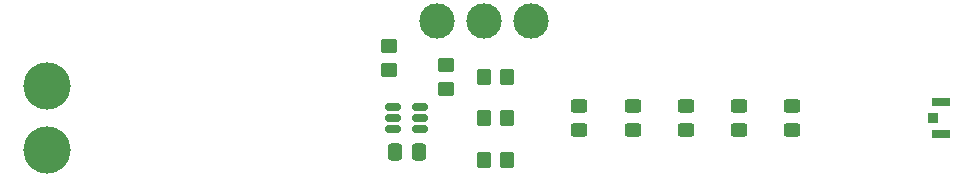
<source format=gbr>
%TF.GenerationSoftware,KiCad,Pcbnew,7.0.1*%
%TF.CreationDate,2023-04-13T17:43:14+02:00*%
%TF.ProjectId,ET-Abschlussgadget_2023,45542d41-6273-4636-986c-757373676164,rev?*%
%TF.SameCoordinates,Original*%
%TF.FileFunction,Soldermask,Bot*%
%TF.FilePolarity,Negative*%
%FSLAX45Y45*%
G04 Gerber Fmt 4.5, Leading zero omitted, Abs format (unit mm)*
G04 Created by KiCad (PCBNEW 7.0.1) date 2023-04-13 17:43:14*
%MOMM*%
%LPD*%
G01*
G04 APERTURE LIST*
G04 Aperture macros list*
%AMRoundRect*
0 Rectangle with rounded corners*
0 $1 Rounding radius*
0 $2 $3 $4 $5 $6 $7 $8 $9 X,Y pos of 4 corners*
0 Add a 4 corners polygon primitive as box body*
4,1,4,$2,$3,$4,$5,$6,$7,$8,$9,$2,$3,0*
0 Add four circle primitives for the rounded corners*
1,1,$1+$1,$2,$3*
1,1,$1+$1,$4,$5*
1,1,$1+$1,$6,$7*
1,1,$1+$1,$8,$9*
0 Add four rect primitives between the rounded corners*
20,1,$1+$1,$2,$3,$4,$5,0*
20,1,$1+$1,$4,$5,$6,$7,0*
20,1,$1+$1,$6,$7,$8,$9,0*
20,1,$1+$1,$8,$9,$2,$3,0*%
G04 Aperture macros list end*
%ADD10RoundRect,0.250000X0.450000X-0.325000X0.450000X0.325000X-0.450000X0.325000X-0.450000X-0.325000X0*%
%ADD11C,4.000000*%
%ADD12R,1.500000X0.750000*%
%ADD13R,0.900000X0.900000*%
%ADD14RoundRect,0.150000X-0.512500X-0.150000X0.512500X-0.150000X0.512500X0.150000X-0.512500X0.150000X0*%
%ADD15C,3.000000*%
%ADD16RoundRect,0.250000X-0.350000X-0.450000X0.350000X-0.450000X0.350000X0.450000X-0.350000X0.450000X0*%
%ADD17RoundRect,0.250000X-0.450000X0.350000X-0.450000X-0.350000X0.450000X-0.350000X0.450000X0.350000X0*%
%ADD18RoundRect,0.250000X0.337500X0.475000X-0.337500X0.475000X-0.337500X-0.475000X0.337500X-0.475000X0*%
%ADD19RoundRect,0.250000X0.450000X-0.350000X0.450000X0.350000X-0.450000X0.350000X-0.450000X-0.350000X0*%
G04 APERTURE END LIST*
D10*
%TO.C,D2*%
X16600000Y-10802500D03*
X16600000Y-10597500D03*
%TD*%
D11*
%TO.C,BT1*%
X10740000Y-10970000D03*
X10740000Y-10430000D03*
%TD*%
D12*
%TO.C,D6*%
X18310000Y-10562500D03*
X18310000Y-10837500D03*
D13*
X18245000Y-10700000D03*
%TD*%
D14*
%TO.C,U1*%
X13673750Y-10795000D03*
X13673750Y-10700000D03*
X13673750Y-10605000D03*
X13901250Y-10605000D03*
X13901250Y-10700000D03*
X13901250Y-10795000D03*
%TD*%
D10*
%TO.C,D3*%
X16150000Y-10802500D03*
X16150000Y-10597500D03*
%TD*%
D15*
%TO.C,TP4*%
X14040000Y-9880000D03*
%TD*%
D16*
%TO.C,R2*%
X14437500Y-11050000D03*
X14637500Y-11050000D03*
%TD*%
D17*
%TO.C,R5*%
X14120000Y-10250000D03*
X14120000Y-10450000D03*
%TD*%
D10*
%TO.C,D5*%
X15250000Y-10802500D03*
X15250000Y-10597500D03*
%TD*%
D16*
%TO.C,R3*%
X14437500Y-10700000D03*
X14637500Y-10700000D03*
%TD*%
D10*
%TO.C,D4*%
X15700000Y-10802500D03*
X15700000Y-10597500D03*
%TD*%
D18*
%TO.C,C1*%
X13893750Y-10990000D03*
X13686250Y-10990000D03*
%TD*%
D19*
%TO.C,R4*%
X13640000Y-10290000D03*
X13640000Y-10090000D03*
%TD*%
D16*
%TO.C,R1*%
X14437500Y-10350000D03*
X14637500Y-10350000D03*
%TD*%
D15*
%TO.C,TP3*%
X14440000Y-9880000D03*
%TD*%
%TO.C,TP2*%
X14840000Y-9880000D03*
%TD*%
D10*
%TO.C,D1*%
X17050000Y-10802500D03*
X17050000Y-10597500D03*
%TD*%
M02*

</source>
